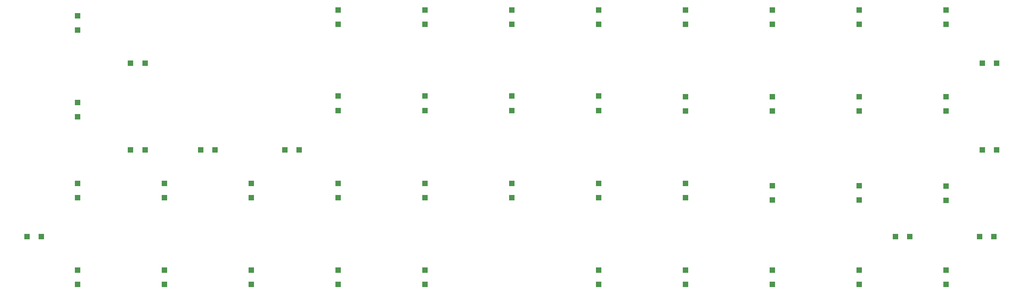
<source format=gtp>
G04 #@! TF.GenerationSoftware,KiCad,Pcbnew,(5.0.0)*
G04 #@! TF.CreationDate,2018-11-10T23:00:33-06:00*
G04 #@! TF.ProjectId,Contra,436F6E7472612E6B696361645F706362,rev?*
G04 #@! TF.SameCoordinates,Original*
G04 #@! TF.FileFunction,Paste,Top*
G04 #@! TF.FilePolarity,Positive*
%FSLAX46Y46*%
G04 Gerber Fmt 4.6, Leading zero omitted, Abs format (unit mm)*
G04 Created by KiCad (PCBNEW (5.0.0)) date 11/10/18 23:00:33*
%MOMM*%
%LPD*%
G01*
G04 APERTURE LIST*
%ADD10R,1.200000X1.200000*%
G04 APERTURE END LIST*
D10*
G04 #@! TO.C,D1*
X47625000Y-40310000D03*
X47625000Y-37160000D03*
G04 #@! TD*
G04 #@! TO.C,D2*
X59226250Y-47625000D03*
X62376250Y-47625000D03*
G04 #@! TD*
G04 #@! TO.C,D3*
X77775000Y-66675000D03*
X74625000Y-66675000D03*
G04 #@! TD*
G04 #@! TO.C,D4*
X104775000Y-35890000D03*
X104775000Y-39040000D03*
G04 #@! TD*
G04 #@! TO.C,D5*
X123825000Y-39040000D03*
X123825000Y-35890000D03*
G04 #@! TD*
G04 #@! TO.C,D6*
X142875000Y-35890000D03*
X142875000Y-39040000D03*
G04 #@! TD*
G04 #@! TO.C,D7*
X161925000Y-39040000D03*
X161925000Y-35890000D03*
G04 #@! TD*
G04 #@! TO.C,D8*
X180975000Y-35890000D03*
X180975000Y-39040000D03*
G04 #@! TD*
G04 #@! TO.C,D9*
X200025000Y-39040000D03*
X200025000Y-35890000D03*
G04 #@! TD*
G04 #@! TO.C,D10*
X219075000Y-35890000D03*
X219075000Y-39040000D03*
G04 #@! TD*
G04 #@! TO.C,D11*
X238125000Y-39040000D03*
X238125000Y-35890000D03*
G04 #@! TD*
G04 #@! TO.C,D12*
X246075000Y-47625000D03*
X249225000Y-47625000D03*
G04 #@! TD*
G04 #@! TO.C,D13*
X47625000Y-59360000D03*
X47625000Y-56210000D03*
G04 #@! TD*
G04 #@! TO.C,D14*
X59226250Y-66675000D03*
X62376250Y-66675000D03*
G04 #@! TD*
G04 #@! TO.C,D15*
X93040000Y-66675000D03*
X96190000Y-66675000D03*
G04 #@! TD*
G04 #@! TO.C,D16*
X104775000Y-58000000D03*
X104775000Y-54850000D03*
G04 #@! TD*
G04 #@! TO.C,D17*
X123825000Y-58000000D03*
X123825000Y-54850000D03*
G04 #@! TD*
G04 #@! TO.C,D18*
X142875000Y-58000000D03*
X142875000Y-54850000D03*
G04 #@! TD*
G04 #@! TO.C,D19*
X161925000Y-58000000D03*
X161925000Y-54850000D03*
G04 #@! TD*
G04 #@! TO.C,D20*
X180975000Y-58090000D03*
X180975000Y-54940000D03*
G04 #@! TD*
G04 #@! TO.C,D21*
X200025000Y-58090000D03*
X200025000Y-54940000D03*
G04 #@! TD*
G04 #@! TO.C,D22*
X219075000Y-58090000D03*
X219075000Y-54940000D03*
G04 #@! TD*
G04 #@! TO.C,D23*
X238125000Y-58090000D03*
X238125000Y-54940000D03*
G04 #@! TD*
G04 #@! TO.C,D24*
X249225000Y-66675000D03*
X246075000Y-66675000D03*
G04 #@! TD*
G04 #@! TO.C,D25*
X47625000Y-77140000D03*
X47625000Y-73990000D03*
G04 #@! TD*
G04 #@! TO.C,D26*
X66675000Y-77140000D03*
X66675000Y-73990000D03*
G04 #@! TD*
G04 #@! TO.C,D27*
X85725000Y-77140000D03*
X85725000Y-73990000D03*
G04 #@! TD*
G04 #@! TO.C,D28*
X104775000Y-77140000D03*
X104775000Y-73990000D03*
G04 #@! TD*
G04 #@! TO.C,D29*
X123825000Y-77140000D03*
X123825000Y-73990000D03*
G04 #@! TD*
G04 #@! TO.C,D30*
X142875000Y-73990000D03*
X142875000Y-77140000D03*
G04 #@! TD*
G04 #@! TO.C,D31*
X161925000Y-73990000D03*
X161925000Y-77140000D03*
G04 #@! TD*
G04 #@! TO.C,D32*
X180975000Y-73990000D03*
X180975000Y-77140000D03*
G04 #@! TD*
G04 #@! TO.C,D33*
X200025000Y-74535000D03*
X200025000Y-77685000D03*
G04 #@! TD*
G04 #@! TO.C,D34*
X219075000Y-74535000D03*
X219075000Y-77685000D03*
G04 #@! TD*
G04 #@! TO.C,D35*
X227025000Y-85725000D03*
X230175000Y-85725000D03*
G04 #@! TD*
G04 #@! TO.C,D36*
X238125000Y-74625000D03*
X238125000Y-77775000D03*
G04 #@! TD*
G04 #@! TO.C,D37*
X36525000Y-85725000D03*
X39675000Y-85725000D03*
G04 #@! TD*
G04 #@! TO.C,D38*
X47625000Y-93040000D03*
X47625000Y-96190000D03*
G04 #@! TD*
G04 #@! TO.C,D39*
X66675000Y-93040000D03*
X66675000Y-96190000D03*
G04 #@! TD*
G04 #@! TO.C,D40*
X85725000Y-93040000D03*
X85725000Y-96190000D03*
G04 #@! TD*
G04 #@! TO.C,D41*
X104775000Y-93040000D03*
X104775000Y-96190000D03*
G04 #@! TD*
G04 #@! TO.C,D42*
X123825000Y-93040000D03*
X123825000Y-96190000D03*
G04 #@! TD*
G04 #@! TO.C,D43*
X161925000Y-93040000D03*
X161925000Y-96190000D03*
G04 #@! TD*
G04 #@! TO.C,D44*
X180975000Y-96190000D03*
X180975000Y-93040000D03*
G04 #@! TD*
G04 #@! TO.C,D45*
X200025000Y-93040000D03*
X200025000Y-96190000D03*
G04 #@! TD*
G04 #@! TO.C,D46*
X219075000Y-96190000D03*
X219075000Y-93040000D03*
G04 #@! TD*
G04 #@! TO.C,D47*
X238125000Y-96190000D03*
X238125000Y-93040000D03*
G04 #@! TD*
G04 #@! TO.C,D48*
X245440000Y-85725000D03*
X248590000Y-85725000D03*
G04 #@! TD*
M02*

</source>
